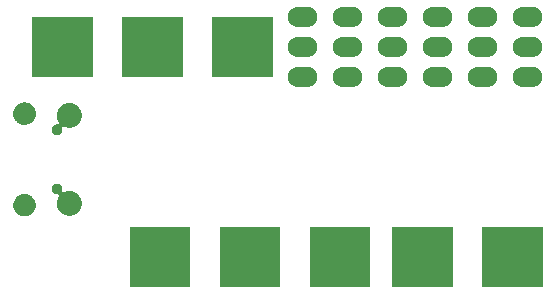
<source format=gbr>
G04 #@! TF.GenerationSoftware,KiCad,Pcbnew,5.99.0-unknown-9a82bc3~100~ubuntu18.04.1*
G04 #@! TF.CreationDate,2019-11-27T20:15:30+01:00*
G04 #@! TF.ProjectId,codebagPCB,636f6465-6261-4675-9043-422e6b696361,rev?*
G04 #@! TF.SameCoordinates,Original*
G04 #@! TF.FileFunction,Soldermask,Bot*
G04 #@! TF.FilePolarity,Negative*
%FSLAX46Y46*%
G04 Gerber Fmt 4.6, Leading zero omitted, Abs format (unit mm)*
G04 Created by KiCad (PCBNEW 5.99.0-unknown-9a82bc3~100~ubuntu18.04.1) date 2019-11-27 20:15:30*
%MOMM*%
%LPD*%
G04 APERTURE LIST*
G04 APERTURE END LIST*
G36*
X71734899Y-41901959D02*
G01*
X71751769Y-41913231D01*
X71763041Y-41930101D01*
X71769448Y-41962312D01*
X71769448Y-46937688D01*
X71766999Y-46950000D01*
X71763041Y-46969899D01*
X71751769Y-46986769D01*
X71734899Y-46998041D01*
X71715000Y-47001999D01*
X71702688Y-47004448D01*
X66727312Y-47004448D01*
X66695101Y-46998041D01*
X66678231Y-46986769D01*
X66666959Y-46969899D01*
X66660552Y-46937688D01*
X66660552Y-41962312D01*
X66666959Y-41930101D01*
X66678231Y-41913231D01*
X66695101Y-41901959D01*
X66727312Y-41895552D01*
X71702688Y-41895552D01*
X71734899Y-41901959D01*
G37*
G36*
X64114899Y-41901959D02*
G01*
X64131769Y-41913231D01*
X64143041Y-41930101D01*
X64149448Y-41962312D01*
X64149448Y-46937688D01*
X64146999Y-46950000D01*
X64143041Y-46969899D01*
X64131769Y-46986769D01*
X64114899Y-46998041D01*
X64095000Y-47001999D01*
X64082688Y-47004448D01*
X59107312Y-47004448D01*
X59075101Y-46998041D01*
X59058231Y-46986769D01*
X59046959Y-46969899D01*
X59040552Y-46937688D01*
X59040552Y-41962312D01*
X59046959Y-41930101D01*
X59058231Y-41913231D01*
X59075101Y-41901959D01*
X59107312Y-41895552D01*
X64082688Y-41895552D01*
X64114899Y-41901959D01*
G37*
G36*
X56494899Y-41901959D02*
G01*
X56511769Y-41913231D01*
X56523041Y-41930101D01*
X56529448Y-41962312D01*
X56529448Y-46937688D01*
X56526999Y-46950000D01*
X56523041Y-46969899D01*
X56511769Y-46986769D01*
X56494899Y-46998041D01*
X56475000Y-47001999D01*
X56462688Y-47004448D01*
X51487312Y-47004448D01*
X51455101Y-46998041D01*
X51438231Y-46986769D01*
X51426959Y-46969899D01*
X51420552Y-46937688D01*
X51420552Y-41962312D01*
X51426959Y-41930101D01*
X51438231Y-41913231D01*
X51455101Y-41901959D01*
X51487312Y-41895552D01*
X56462688Y-41895552D01*
X56494899Y-41901959D01*
G37*
G36*
X86339899Y-41901959D02*
G01*
X86356769Y-41913231D01*
X86368041Y-41930101D01*
X86374448Y-41962312D01*
X86374448Y-46937688D01*
X86371999Y-46950000D01*
X86368041Y-46969899D01*
X86356769Y-46986769D01*
X86339899Y-46998041D01*
X86320000Y-47001999D01*
X86307688Y-47004448D01*
X81332312Y-47004448D01*
X81300101Y-46998041D01*
X81283231Y-46986769D01*
X81271959Y-46969899D01*
X81265552Y-46937688D01*
X81265552Y-41962312D01*
X81271959Y-41930101D01*
X81283231Y-41913231D01*
X81300101Y-41901959D01*
X81332312Y-41895552D01*
X86307688Y-41895552D01*
X86339899Y-41901959D01*
G37*
G36*
X78719899Y-41901959D02*
G01*
X78736769Y-41913231D01*
X78748041Y-41930101D01*
X78754448Y-41962312D01*
X78754448Y-46937688D01*
X78751999Y-46950000D01*
X78748041Y-46969899D01*
X78736769Y-46986769D01*
X78719899Y-46998041D01*
X78700000Y-47001999D01*
X78687688Y-47004448D01*
X73712312Y-47004448D01*
X73680101Y-46998041D01*
X73663231Y-46986769D01*
X73651959Y-46969899D01*
X73645552Y-46937688D01*
X73645552Y-41962312D01*
X73651959Y-41930101D01*
X73663231Y-41913231D01*
X73680101Y-41901959D01*
X73712312Y-41895552D01*
X78687688Y-41895552D01*
X78719899Y-41901959D01*
G37*
G36*
X42596675Y-39122627D02*
G01*
X42637905Y-39124680D01*
X42686080Y-39136468D01*
X42740954Y-39144963D01*
X42779728Y-39159383D01*
X42814176Y-39167812D01*
X42864544Y-39190925D01*
X42922037Y-39212307D01*
X42952173Y-39231138D01*
X42979107Y-39243498D01*
X43028922Y-39279097D01*
X43085880Y-39314688D01*
X43107387Y-39335168D01*
X43126749Y-39349005D01*
X43172931Y-39397585D01*
X43225790Y-39447922D01*
X43239404Y-39467511D01*
X43251782Y-39480531D01*
X43291083Y-39541866D01*
X43336052Y-39606569D01*
X43343145Y-39623119D01*
X43349683Y-39633322D01*
X43378818Y-39706349D01*
X43412162Y-39784146D01*
X43414606Y-39796051D01*
X43416928Y-39801872D01*
X43432813Y-39884748D01*
X43451010Y-39973400D01*
X43450988Y-39979580D01*
X43451056Y-39979932D01*
X43450404Y-40166704D01*
X43450335Y-40167053D01*
X43450313Y-40173237D01*
X43431491Y-40261785D01*
X43415034Y-40344522D01*
X43412671Y-40350327D01*
X43410144Y-40362215D01*
X43376246Y-40439806D01*
X43346613Y-40512599D01*
X43340009Y-40522748D01*
X43332797Y-40539257D01*
X43287357Y-40603672D01*
X43247645Y-40664707D01*
X43235180Y-40677637D01*
X43221430Y-40697129D01*
X43168221Y-40747096D01*
X43121704Y-40795349D01*
X43102248Y-40809048D01*
X43080593Y-40829384D01*
X43023380Y-40864582D01*
X42973323Y-40899828D01*
X42946302Y-40912000D01*
X42916039Y-40930618D01*
X42858399Y-40951597D01*
X42807868Y-40974360D01*
X42773362Y-40982549D01*
X42734490Y-40996697D01*
X42679568Y-41004807D01*
X42631307Y-41016260D01*
X42590057Y-41018025D01*
X42543363Y-41024920D01*
X42493741Y-41022146D01*
X42450000Y-41024017D01*
X42403403Y-41017095D01*
X42350464Y-41014135D01*
X42308057Y-41002931D01*
X42270504Y-40997352D01*
X42220566Y-40979815D01*
X42163673Y-40964783D01*
X42129600Y-40947869D01*
X42099288Y-40937224D01*
X42048557Y-40907639D01*
X41990621Y-40878879D01*
X41965245Y-40859053D01*
X41942528Y-40845805D01*
X41893930Y-40803335D01*
X41838378Y-40759933D01*
X41821292Y-40739857D01*
X41805884Y-40726392D01*
X41762628Y-40670928D01*
X41713161Y-40612804D01*
X41703277Y-40594825D01*
X41694285Y-40583295D01*
X41659661Y-40515488D01*
X41620086Y-40443501D01*
X41615749Y-40429492D01*
X41611760Y-40421679D01*
X41588983Y-40343022D01*
X41562955Y-40258941D01*
X41562095Y-40250173D01*
X41561285Y-40247375D01*
X41553295Y-40160423D01*
X41544102Y-40066663D01*
X41553949Y-39972976D01*
X41562546Y-39886079D01*
X41563376Y-39883287D01*
X41564297Y-39874521D01*
X41590920Y-39790594D01*
X41614237Y-39712129D01*
X41618280Y-39704346D01*
X41622715Y-39690365D01*
X41662811Y-39618621D01*
X41697891Y-39551090D01*
X41706956Y-39539632D01*
X41716969Y-39521716D01*
X41766849Y-39463930D01*
X41810484Y-39408776D01*
X41825984Y-39395420D01*
X41843210Y-39375464D01*
X41899069Y-39332447D01*
X41947959Y-39290321D01*
X41970768Y-39277232D01*
X41996281Y-39257584D01*
X42054401Y-39229237D01*
X42105350Y-39199999D01*
X42135746Y-39189562D01*
X42169928Y-39172891D01*
X42226921Y-39158258D01*
X42276983Y-39141069D01*
X42314572Y-39135753D01*
X42357059Y-39124844D01*
X42410020Y-39122254D01*
X42456663Y-39115657D01*
X42500388Y-39117834D01*
X42550028Y-39115406D01*
X42596675Y-39122627D01*
G37*
G36*
X45268236Y-38244000D02*
G01*
X45309373Y-38244000D01*
X45326751Y-38248656D01*
X45353374Y-38250775D01*
X45392256Y-38266209D01*
X45424080Y-38274736D01*
X45446834Y-38287873D01*
X45479424Y-38300809D01*
X45505527Y-38321759D01*
X45526920Y-38334110D01*
X45551328Y-38358518D01*
X45585190Y-38385695D01*
X45599287Y-38406477D01*
X45610890Y-38418080D01*
X45632231Y-38455044D01*
X45661320Y-38497928D01*
X45666227Y-38513927D01*
X45670264Y-38520920D01*
X45683357Y-38569784D01*
X45701084Y-38627585D01*
X45701000Y-38637212D01*
X45701000Y-38754377D01*
X45699943Y-38758320D01*
X45699839Y-38770277D01*
X45683073Y-38821725D01*
X45684738Y-38891728D01*
X45724215Y-38950057D01*
X45788961Y-38977784D01*
X45851886Y-38967462D01*
X45876316Y-38957591D01*
X45935532Y-38929410D01*
X45966596Y-38921116D01*
X46001823Y-38906883D01*
X46065128Y-38894807D01*
X46122159Y-38879579D01*
X46160663Y-38876582D01*
X46204284Y-38868261D01*
X46262370Y-38868667D01*
X46314735Y-38864591D01*
X46359591Y-38869345D01*
X46410391Y-38869700D01*
X46461051Y-38880099D01*
X46506828Y-38884951D01*
X46556287Y-38899648D01*
X46612293Y-38911145D01*
X46654069Y-38928706D01*
X46691981Y-38939972D01*
X46743722Y-38966392D01*
X46802300Y-38991016D01*
X46834564Y-39012779D01*
X46864015Y-39027817D01*
X46915254Y-39067205D01*
X46973174Y-39106273D01*
X46996070Y-39129330D01*
X47017158Y-39145540D01*
X47064764Y-39198504D01*
X47118407Y-39252523D01*
X47132831Y-39274233D01*
X47146284Y-39289200D01*
X47186922Y-39355646D01*
X47232468Y-39424198D01*
X47239950Y-39442350D01*
X47247065Y-39453984D01*
X47277378Y-39533158D01*
X47311011Y-39614758D01*
X47313572Y-39627693D01*
X47316132Y-39634379D01*
X47332931Y-39725461D01*
X47351045Y-39816944D01*
X47347757Y-40052363D01*
X47344234Y-40067869D01*
X47344069Y-40073973D01*
X47322745Y-40162453D01*
X47302094Y-40253352D01*
X47299358Y-40259497D01*
X47299199Y-40260157D01*
X47241914Y-40388518D01*
X47218261Y-40441645D01*
X47164257Y-40518200D01*
X47110932Y-40595643D01*
X47106520Y-40600048D01*
X47099451Y-40610068D01*
X47034969Y-40671474D01*
X46974227Y-40732109D01*
X46963742Y-40739302D01*
X46950191Y-40752206D01*
X46879960Y-40796776D01*
X46814942Y-40841378D01*
X46797400Y-40849170D01*
X46776165Y-40862646D01*
X46704347Y-40890503D01*
X46638410Y-40919791D01*
X46613446Y-40925761D01*
X46584002Y-40937182D01*
X46514304Y-40949471D01*
X46450543Y-40964720D01*
X46418438Y-40966375D01*
X46381022Y-40972972D01*
X46316608Y-40971623D01*
X46257641Y-40974662D01*
X46219342Y-40969586D01*
X46174955Y-40968656D01*
X46118223Y-40956183D01*
X46066152Y-40949281D01*
X46023267Y-40935306D01*
X45973652Y-40924397D01*
X45926265Y-40903694D01*
X45882498Y-40889431D01*
X45837176Y-40864772D01*
X45784779Y-40841880D01*
X45747565Y-40816016D01*
X45712825Y-40797114D01*
X45667703Y-40760510D01*
X45615530Y-40724249D01*
X45588502Y-40696260D01*
X45562814Y-40675422D01*
X45520877Y-40626233D01*
X45472353Y-40575985D01*
X45454751Y-40548672D01*
X45437495Y-40528432D01*
X45401942Y-40466728D01*
X45360701Y-40402734D01*
X45351105Y-40378498D01*
X45341060Y-40361064D01*
X45315127Y-40287628D01*
X45284826Y-40211096D01*
X45281282Y-40191785D01*
X45276739Y-40178921D01*
X45263546Y-40095152D01*
X45247619Y-40008371D01*
X45247803Y-39995188D01*
X45246689Y-39988114D01*
X45249196Y-39895460D01*
X45250497Y-39802279D01*
X45251895Y-39795703D01*
X45251913Y-39795026D01*
X45281406Y-39656863D01*
X45293350Y-39600672D01*
X45330227Y-39514632D01*
X45366313Y-39427727D01*
X45369715Y-39422498D01*
X45374546Y-39411227D01*
X45423969Y-39339047D01*
X45444155Y-39271703D01*
X45424693Y-39204013D01*
X45371724Y-39157590D01*
X45319158Y-39146000D01*
X45264379Y-39146000D01*
X45210249Y-39149358D01*
X45196315Y-39146000D01*
X45190627Y-39146000D01*
X45139766Y-39132372D01*
X45078406Y-39117584D01*
X45020311Y-39083158D01*
X44973080Y-39055890D01*
X44971315Y-39054125D01*
X44961735Y-39048448D01*
X44923064Y-39005874D01*
X44889110Y-38971920D01*
X44883680Y-38962515D01*
X44870551Y-38948061D01*
X44849723Y-38903698D01*
X44829736Y-38869080D01*
X44824773Y-38850557D01*
X44812915Y-38825301D01*
X44807225Y-38785067D01*
X44799000Y-38754373D01*
X44799000Y-38726916D01*
X44793923Y-38691020D01*
X44799000Y-38659145D01*
X44799000Y-38635627D01*
X44808236Y-38601158D01*
X44815255Y-38557091D01*
X44825797Y-38535619D01*
X44829736Y-38520920D01*
X44851651Y-38482961D01*
X44875025Y-38435355D01*
X44885669Y-38424040D01*
X44889110Y-38418080D01*
X44925635Y-38381555D01*
X44967948Y-38336575D01*
X45029354Y-38301621D01*
X45075920Y-38274736D01*
X45077173Y-38274400D01*
X45085808Y-38269485D01*
X45143180Y-38256713D01*
X45190627Y-38244000D01*
X45200292Y-38244000D01*
X45218184Y-38240017D01*
X45268236Y-38244000D01*
G37*
G36*
X46359591Y-31419345D02*
G01*
X46410391Y-31419700D01*
X46461051Y-31430099D01*
X46506828Y-31434951D01*
X46556287Y-31449648D01*
X46612293Y-31461145D01*
X46654069Y-31478706D01*
X46691981Y-31489972D01*
X46743722Y-31516392D01*
X46802300Y-31541016D01*
X46834564Y-31562779D01*
X46864015Y-31577817D01*
X46915254Y-31617205D01*
X46973174Y-31656273D01*
X46996070Y-31679330D01*
X47017158Y-31695540D01*
X47064764Y-31748504D01*
X47118407Y-31802523D01*
X47132831Y-31824233D01*
X47146284Y-31839200D01*
X47186922Y-31905646D01*
X47232468Y-31974198D01*
X47239950Y-31992350D01*
X47247065Y-32003984D01*
X47277378Y-32083158D01*
X47311011Y-32164758D01*
X47313572Y-32177693D01*
X47316132Y-32184379D01*
X47332931Y-32275461D01*
X47351045Y-32366944D01*
X47347757Y-32602363D01*
X47344234Y-32617869D01*
X47344069Y-32623973D01*
X47322745Y-32712453D01*
X47302094Y-32803352D01*
X47299358Y-32809497D01*
X47299199Y-32810157D01*
X47241914Y-32938518D01*
X47218261Y-32991645D01*
X47164257Y-33068200D01*
X47110932Y-33145643D01*
X47106520Y-33150048D01*
X47099451Y-33160068D01*
X47034969Y-33221474D01*
X46974227Y-33282109D01*
X46963742Y-33289302D01*
X46950191Y-33302206D01*
X46879960Y-33346776D01*
X46814942Y-33391378D01*
X46797400Y-33399170D01*
X46776165Y-33412646D01*
X46704347Y-33440503D01*
X46638410Y-33469791D01*
X46613446Y-33475761D01*
X46584002Y-33487182D01*
X46514304Y-33499471D01*
X46450543Y-33514720D01*
X46418438Y-33516375D01*
X46381022Y-33522972D01*
X46316608Y-33521623D01*
X46257641Y-33524662D01*
X46219342Y-33519586D01*
X46174955Y-33518656D01*
X46118223Y-33506183D01*
X46066152Y-33499281D01*
X46023267Y-33485306D01*
X45973652Y-33474397D01*
X45926265Y-33453694D01*
X45882501Y-33439432D01*
X45864355Y-33429559D01*
X45795510Y-33414691D01*
X45729555Y-33439403D01*
X45687431Y-33495851D01*
X45683884Y-33571501D01*
X45701084Y-33627585D01*
X45701000Y-33637212D01*
X45701000Y-33754373D01*
X45699943Y-33758316D01*
X45699839Y-33770277D01*
X45682399Y-33823793D01*
X45670264Y-33869080D01*
X45664240Y-33879514D01*
X45657818Y-33899220D01*
X45630296Y-33938308D01*
X45610890Y-33971920D01*
X45596489Y-33986321D01*
X45579741Y-34010107D01*
X45548559Y-34034251D01*
X45526920Y-34055890D01*
X45502121Y-34070208D01*
X45472510Y-34093135D01*
X45443421Y-34104098D01*
X45424080Y-34115264D01*
X45388481Y-34124803D01*
X45345606Y-34140961D01*
X45322928Y-34142368D01*
X45309373Y-34146000D01*
X45264379Y-34146000D01*
X45210249Y-34149358D01*
X45196315Y-34146000D01*
X45190627Y-34146000D01*
X45139766Y-34132372D01*
X45078406Y-34117584D01*
X45020311Y-34083158D01*
X44973080Y-34055890D01*
X44971315Y-34054125D01*
X44961735Y-34048448D01*
X44923064Y-34005874D01*
X44889110Y-33971920D01*
X44883680Y-33962515D01*
X44870551Y-33948061D01*
X44849723Y-33903698D01*
X44829736Y-33869080D01*
X44824773Y-33850557D01*
X44812915Y-33825301D01*
X44807225Y-33785067D01*
X44799000Y-33754373D01*
X44799000Y-33726916D01*
X44793923Y-33691020D01*
X44799000Y-33659145D01*
X44799000Y-33635627D01*
X44808236Y-33601158D01*
X44815255Y-33557091D01*
X44825797Y-33535619D01*
X44829736Y-33520920D01*
X44851651Y-33482961D01*
X44875025Y-33435355D01*
X44885669Y-33424040D01*
X44889110Y-33418080D01*
X44925635Y-33381555D01*
X44967948Y-33336575D01*
X45029354Y-33301621D01*
X45075920Y-33274736D01*
X45077173Y-33274400D01*
X45085808Y-33269485D01*
X45143180Y-33256713D01*
X45190627Y-33244000D01*
X45200292Y-33244000D01*
X45218184Y-33240017D01*
X45268236Y-33244000D01*
X45316607Y-33244000D01*
X45384187Y-33224157D01*
X45430310Y-33170927D01*
X45440334Y-33101212D01*
X45424914Y-33056596D01*
X45401946Y-33016734D01*
X45360701Y-32952734D01*
X45351105Y-32928498D01*
X45341060Y-32911064D01*
X45315127Y-32837628D01*
X45284826Y-32761096D01*
X45281282Y-32741785D01*
X45276739Y-32728921D01*
X45263546Y-32645152D01*
X45247619Y-32558371D01*
X45247803Y-32545188D01*
X45246689Y-32538114D01*
X45249196Y-32445460D01*
X45250497Y-32352279D01*
X45251895Y-32345703D01*
X45251913Y-32345026D01*
X45281406Y-32206863D01*
X45293350Y-32150672D01*
X45330226Y-32064635D01*
X45366315Y-31977722D01*
X45369718Y-31972492D01*
X45374546Y-31961227D01*
X45424828Y-31887791D01*
X45471658Y-31815818D01*
X45480423Y-31806598D01*
X45490992Y-31791162D01*
X45550409Y-31732977D01*
X45604745Y-31675818D01*
X45620286Y-31664547D01*
X45638253Y-31646953D01*
X45702701Y-31604780D01*
X45761118Y-31562415D01*
X45784301Y-31551382D01*
X45810720Y-31534094D01*
X45876316Y-31507591D01*
X45935532Y-31479410D01*
X45966596Y-31471116D01*
X46001823Y-31456883D01*
X46065128Y-31444807D01*
X46122159Y-31429579D01*
X46160663Y-31426582D01*
X46204284Y-31418261D01*
X46262370Y-31418667D01*
X46314735Y-31414591D01*
X46359591Y-31419345D01*
G37*
G36*
X42596675Y-31372627D02*
G01*
X42637905Y-31374680D01*
X42686080Y-31386468D01*
X42740954Y-31394963D01*
X42779728Y-31409383D01*
X42814176Y-31417812D01*
X42864544Y-31440925D01*
X42922037Y-31462307D01*
X42952173Y-31481138D01*
X42979107Y-31493498D01*
X43028922Y-31529097D01*
X43085880Y-31564688D01*
X43107387Y-31585168D01*
X43126749Y-31599005D01*
X43172931Y-31647585D01*
X43225790Y-31697922D01*
X43239404Y-31717511D01*
X43251782Y-31730531D01*
X43291083Y-31791866D01*
X43336052Y-31856569D01*
X43343145Y-31873119D01*
X43349683Y-31883322D01*
X43378818Y-31956349D01*
X43412162Y-32034146D01*
X43414606Y-32046051D01*
X43416928Y-32051872D01*
X43432813Y-32134748D01*
X43451010Y-32223400D01*
X43450988Y-32229580D01*
X43451056Y-32229932D01*
X43450404Y-32416704D01*
X43450335Y-32417053D01*
X43450313Y-32423237D01*
X43431491Y-32511785D01*
X43415034Y-32594522D01*
X43412671Y-32600327D01*
X43410144Y-32612215D01*
X43376246Y-32689806D01*
X43346613Y-32762599D01*
X43340009Y-32772748D01*
X43332797Y-32789257D01*
X43287357Y-32853672D01*
X43247645Y-32914707D01*
X43235180Y-32927637D01*
X43221430Y-32947129D01*
X43168221Y-32997096D01*
X43121704Y-33045349D01*
X43102248Y-33059048D01*
X43080593Y-33079384D01*
X43023380Y-33114582D01*
X42973323Y-33149828D01*
X42946302Y-33162000D01*
X42916039Y-33180618D01*
X42858399Y-33201597D01*
X42807868Y-33224360D01*
X42773362Y-33232549D01*
X42734490Y-33246697D01*
X42679568Y-33254807D01*
X42631307Y-33266260D01*
X42590057Y-33268025D01*
X42543363Y-33274920D01*
X42493741Y-33272146D01*
X42450000Y-33274017D01*
X42403403Y-33267095D01*
X42350464Y-33264135D01*
X42308057Y-33252931D01*
X42270504Y-33247352D01*
X42220566Y-33229815D01*
X42163673Y-33214783D01*
X42129600Y-33197869D01*
X42099288Y-33187224D01*
X42048557Y-33157639D01*
X41990621Y-33128879D01*
X41965245Y-33109053D01*
X41942528Y-33095805D01*
X41893930Y-33053335D01*
X41838378Y-33009933D01*
X41821292Y-32989857D01*
X41805884Y-32976392D01*
X41762628Y-32920928D01*
X41713161Y-32862804D01*
X41703277Y-32844825D01*
X41694285Y-32833295D01*
X41659661Y-32765488D01*
X41620086Y-32693501D01*
X41615749Y-32679492D01*
X41611760Y-32671679D01*
X41588983Y-32593022D01*
X41562955Y-32508941D01*
X41562095Y-32500173D01*
X41561285Y-32497375D01*
X41553295Y-32410423D01*
X41544102Y-32316663D01*
X41553949Y-32222976D01*
X41562546Y-32136079D01*
X41563376Y-32133287D01*
X41564297Y-32124521D01*
X41590920Y-32040594D01*
X41614237Y-31962129D01*
X41618280Y-31954346D01*
X41622715Y-31940365D01*
X41662811Y-31868621D01*
X41697891Y-31801090D01*
X41706956Y-31789632D01*
X41716969Y-31771716D01*
X41766849Y-31713930D01*
X41810484Y-31658776D01*
X41825984Y-31645420D01*
X41843210Y-31625464D01*
X41899069Y-31582447D01*
X41947959Y-31540321D01*
X41970768Y-31527232D01*
X41996281Y-31507584D01*
X42054401Y-31479237D01*
X42105350Y-31449999D01*
X42135746Y-31439562D01*
X42169928Y-31422891D01*
X42226921Y-31408258D01*
X42276983Y-31391069D01*
X42314572Y-31385753D01*
X42357059Y-31374844D01*
X42410020Y-31372254D01*
X42456663Y-31365657D01*
X42500388Y-31367834D01*
X42550028Y-31365406D01*
X42596675Y-31372627D01*
G37*
G36*
X85627270Y-28376707D02*
G01*
X85751689Y-28395968D01*
X85756690Y-28398132D01*
X85765865Y-28399651D01*
X85838903Y-28433709D01*
X85907312Y-28463313D01*
X85917129Y-28470187D01*
X85933440Y-28477793D01*
X85992726Y-28523121D01*
X86048929Y-28562474D01*
X86061276Y-28575530D01*
X86080327Y-28590096D01*
X86124657Y-28642554D01*
X86167715Y-28688086D01*
X86180335Y-28708439D01*
X86199671Y-28731321D01*
X86228930Y-28786816D01*
X86258819Y-28835022D01*
X86269150Y-28863099D01*
X86285905Y-28894879D01*
X86300983Y-28949619D01*
X86318516Y-28997272D01*
X86323882Y-29032753D01*
X86335006Y-29073139D01*
X86337666Y-29123903D01*
X86344368Y-29168216D01*
X86342178Y-29209995D01*
X86344683Y-29257784D01*
X86337354Y-29302056D01*
X86335320Y-29340863D01*
X86323272Y-29387117D01*
X86314484Y-29440200D01*
X86300035Y-29476325D01*
X86291741Y-29508167D01*
X86268009Y-29556396D01*
X86245819Y-29611876D01*
X86227303Y-29639121D01*
X86215413Y-29663285D01*
X86178825Y-29710454D01*
X86141890Y-29764802D01*
X86122296Y-29783332D01*
X86109447Y-29799896D01*
X86059605Y-29842616D01*
X86007548Y-29891844D01*
X85989557Y-29902654D01*
X85978185Y-29912401D01*
X85915589Y-29947098D01*
X85849059Y-29987074D01*
X85834838Y-29991860D01*
X85826972Y-29996220D01*
X85752991Y-30019404D01*
X85673817Y-30046049D01*
X85664863Y-30047022D01*
X85662000Y-30047919D01*
X85578954Y-30056354D01*
X85536191Y-30061000D01*
X84659689Y-30061000D01*
X84552730Y-30043293D01*
X84428311Y-30024032D01*
X84423310Y-30021868D01*
X84414135Y-30020349D01*
X84341097Y-29986291D01*
X84272688Y-29956687D01*
X84262871Y-29949813D01*
X84246560Y-29942207D01*
X84187274Y-29896879D01*
X84131071Y-29857526D01*
X84118724Y-29844470D01*
X84099673Y-29829904D01*
X84055343Y-29777446D01*
X84012285Y-29731914D01*
X83999665Y-29711561D01*
X83980329Y-29688679D01*
X83951070Y-29633184D01*
X83921181Y-29584978D01*
X83910850Y-29556901D01*
X83894095Y-29525121D01*
X83879017Y-29470381D01*
X83861484Y-29422728D01*
X83856118Y-29387247D01*
X83844994Y-29346861D01*
X83842334Y-29296097D01*
X83835632Y-29251784D01*
X83837822Y-29210005D01*
X83835317Y-29162216D01*
X83842646Y-29117944D01*
X83844680Y-29079137D01*
X83856728Y-29032883D01*
X83865516Y-28979800D01*
X83879965Y-28943675D01*
X83888259Y-28911833D01*
X83911991Y-28863604D01*
X83934181Y-28808124D01*
X83952697Y-28780879D01*
X83964587Y-28756715D01*
X84001175Y-28709546D01*
X84038110Y-28655198D01*
X84057704Y-28636668D01*
X84070553Y-28620104D01*
X84120395Y-28577384D01*
X84172452Y-28528156D01*
X84190443Y-28517346D01*
X84201815Y-28507599D01*
X84264411Y-28472902D01*
X84330941Y-28432926D01*
X84345162Y-28428140D01*
X84353028Y-28423780D01*
X84427009Y-28400596D01*
X84506183Y-28373951D01*
X84515137Y-28372978D01*
X84518000Y-28372081D01*
X84601046Y-28363646D01*
X84643809Y-28359000D01*
X85520311Y-28359000D01*
X85627270Y-28376707D01*
G37*
G36*
X78007270Y-28376707D02*
G01*
X78131689Y-28395968D01*
X78136690Y-28398132D01*
X78145865Y-28399651D01*
X78218903Y-28433709D01*
X78287312Y-28463313D01*
X78297129Y-28470187D01*
X78313440Y-28477793D01*
X78372726Y-28523121D01*
X78428929Y-28562474D01*
X78441276Y-28575530D01*
X78460327Y-28590096D01*
X78504657Y-28642554D01*
X78547715Y-28688086D01*
X78560335Y-28708439D01*
X78579671Y-28731321D01*
X78608930Y-28786816D01*
X78638819Y-28835022D01*
X78649150Y-28863099D01*
X78665905Y-28894879D01*
X78680983Y-28949619D01*
X78698516Y-28997272D01*
X78703882Y-29032753D01*
X78715006Y-29073139D01*
X78717666Y-29123903D01*
X78724368Y-29168216D01*
X78722178Y-29209995D01*
X78724683Y-29257784D01*
X78717354Y-29302056D01*
X78715320Y-29340863D01*
X78703272Y-29387117D01*
X78694484Y-29440200D01*
X78680035Y-29476325D01*
X78671741Y-29508167D01*
X78648009Y-29556396D01*
X78625819Y-29611876D01*
X78607303Y-29639121D01*
X78595413Y-29663285D01*
X78558825Y-29710454D01*
X78521890Y-29764802D01*
X78502296Y-29783332D01*
X78489447Y-29799896D01*
X78439605Y-29842616D01*
X78387548Y-29891844D01*
X78369557Y-29902654D01*
X78358185Y-29912401D01*
X78295589Y-29947098D01*
X78229059Y-29987074D01*
X78214838Y-29991860D01*
X78206972Y-29996220D01*
X78132991Y-30019404D01*
X78053817Y-30046049D01*
X78044863Y-30047022D01*
X78042000Y-30047919D01*
X77958954Y-30056354D01*
X77916191Y-30061000D01*
X77039689Y-30061000D01*
X76932730Y-30043293D01*
X76808311Y-30024032D01*
X76803310Y-30021868D01*
X76794135Y-30020349D01*
X76721097Y-29986291D01*
X76652688Y-29956687D01*
X76642871Y-29949813D01*
X76626560Y-29942207D01*
X76567274Y-29896879D01*
X76511071Y-29857526D01*
X76498724Y-29844470D01*
X76479673Y-29829904D01*
X76435343Y-29777446D01*
X76392285Y-29731914D01*
X76379665Y-29711561D01*
X76360329Y-29688679D01*
X76331070Y-29633184D01*
X76301181Y-29584978D01*
X76290850Y-29556901D01*
X76274095Y-29525121D01*
X76259017Y-29470381D01*
X76241484Y-29422728D01*
X76236118Y-29387247D01*
X76224994Y-29346861D01*
X76222334Y-29296097D01*
X76215632Y-29251784D01*
X76217822Y-29210005D01*
X76215317Y-29162216D01*
X76222646Y-29117944D01*
X76224680Y-29079137D01*
X76236728Y-29032883D01*
X76245516Y-28979800D01*
X76259965Y-28943675D01*
X76268259Y-28911833D01*
X76291991Y-28863604D01*
X76314181Y-28808124D01*
X76332697Y-28780879D01*
X76344587Y-28756715D01*
X76381175Y-28709546D01*
X76418110Y-28655198D01*
X76437704Y-28636668D01*
X76450553Y-28620104D01*
X76500395Y-28577384D01*
X76552452Y-28528156D01*
X76570443Y-28517346D01*
X76581815Y-28507599D01*
X76644411Y-28472902D01*
X76710941Y-28432926D01*
X76725162Y-28428140D01*
X76733028Y-28423780D01*
X76807009Y-28400596D01*
X76886183Y-28373951D01*
X76895137Y-28372978D01*
X76898000Y-28372081D01*
X76981046Y-28363646D01*
X77023809Y-28359000D01*
X77900311Y-28359000D01*
X78007270Y-28376707D01*
G37*
G36*
X66577270Y-28376707D02*
G01*
X66701689Y-28395968D01*
X66706690Y-28398132D01*
X66715865Y-28399651D01*
X66788903Y-28433709D01*
X66857312Y-28463313D01*
X66867129Y-28470187D01*
X66883440Y-28477793D01*
X66942726Y-28523121D01*
X66998929Y-28562474D01*
X67011276Y-28575530D01*
X67030327Y-28590096D01*
X67074657Y-28642554D01*
X67117715Y-28688086D01*
X67130335Y-28708439D01*
X67149671Y-28731321D01*
X67178930Y-28786816D01*
X67208819Y-28835022D01*
X67219150Y-28863099D01*
X67235905Y-28894879D01*
X67250983Y-28949619D01*
X67268516Y-28997272D01*
X67273882Y-29032753D01*
X67285006Y-29073139D01*
X67287666Y-29123903D01*
X67294368Y-29168216D01*
X67292178Y-29209995D01*
X67294683Y-29257784D01*
X67287354Y-29302056D01*
X67285320Y-29340863D01*
X67273272Y-29387117D01*
X67264484Y-29440200D01*
X67250035Y-29476325D01*
X67241741Y-29508167D01*
X67218009Y-29556396D01*
X67195819Y-29611876D01*
X67177303Y-29639121D01*
X67165413Y-29663285D01*
X67128825Y-29710454D01*
X67091890Y-29764802D01*
X67072296Y-29783332D01*
X67059447Y-29799896D01*
X67009605Y-29842616D01*
X66957548Y-29891844D01*
X66939557Y-29902654D01*
X66928185Y-29912401D01*
X66865589Y-29947098D01*
X66799059Y-29987074D01*
X66784838Y-29991860D01*
X66776972Y-29996220D01*
X66702991Y-30019404D01*
X66623817Y-30046049D01*
X66614863Y-30047022D01*
X66612000Y-30047919D01*
X66528954Y-30056354D01*
X66486191Y-30061000D01*
X65609689Y-30061000D01*
X65502730Y-30043293D01*
X65378311Y-30024032D01*
X65373310Y-30021868D01*
X65364135Y-30020349D01*
X65291097Y-29986291D01*
X65222688Y-29956687D01*
X65212871Y-29949813D01*
X65196560Y-29942207D01*
X65137274Y-29896879D01*
X65081071Y-29857526D01*
X65068724Y-29844470D01*
X65049673Y-29829904D01*
X65005343Y-29777446D01*
X64962285Y-29731914D01*
X64949665Y-29711561D01*
X64930329Y-29688679D01*
X64901070Y-29633184D01*
X64871181Y-29584978D01*
X64860850Y-29556901D01*
X64844095Y-29525121D01*
X64829017Y-29470381D01*
X64811484Y-29422728D01*
X64806118Y-29387247D01*
X64794994Y-29346861D01*
X64792334Y-29296097D01*
X64785632Y-29251784D01*
X64787822Y-29210005D01*
X64785317Y-29162216D01*
X64792646Y-29117944D01*
X64794680Y-29079137D01*
X64806728Y-29032883D01*
X64815516Y-28979800D01*
X64829965Y-28943675D01*
X64838259Y-28911833D01*
X64861991Y-28863604D01*
X64884181Y-28808124D01*
X64902697Y-28780879D01*
X64914587Y-28756715D01*
X64951175Y-28709546D01*
X64988110Y-28655198D01*
X65007704Y-28636668D01*
X65020553Y-28620104D01*
X65070395Y-28577384D01*
X65122452Y-28528156D01*
X65140443Y-28517346D01*
X65151815Y-28507599D01*
X65214411Y-28472902D01*
X65280941Y-28432926D01*
X65295162Y-28428140D01*
X65303028Y-28423780D01*
X65377009Y-28400596D01*
X65456183Y-28373951D01*
X65465137Y-28372978D01*
X65468000Y-28372081D01*
X65551046Y-28363646D01*
X65593809Y-28359000D01*
X66470311Y-28359000D01*
X66577270Y-28376707D01*
G37*
G36*
X70387270Y-28376707D02*
G01*
X70511689Y-28395968D01*
X70516690Y-28398132D01*
X70525865Y-28399651D01*
X70598903Y-28433709D01*
X70667312Y-28463313D01*
X70677129Y-28470187D01*
X70693440Y-28477793D01*
X70752726Y-28523121D01*
X70808929Y-28562474D01*
X70821276Y-28575530D01*
X70840327Y-28590096D01*
X70884657Y-28642554D01*
X70927715Y-28688086D01*
X70940335Y-28708439D01*
X70959671Y-28731321D01*
X70988930Y-28786816D01*
X71018819Y-28835022D01*
X71029150Y-28863099D01*
X71045905Y-28894879D01*
X71060983Y-28949619D01*
X71078516Y-28997272D01*
X71083882Y-29032753D01*
X71095006Y-29073139D01*
X71097666Y-29123903D01*
X71104368Y-29168216D01*
X71102178Y-29209995D01*
X71104683Y-29257784D01*
X71097354Y-29302056D01*
X71095320Y-29340863D01*
X71083272Y-29387117D01*
X71074484Y-29440200D01*
X71060035Y-29476325D01*
X71051741Y-29508167D01*
X71028009Y-29556396D01*
X71005819Y-29611876D01*
X70987303Y-29639121D01*
X70975413Y-29663285D01*
X70938825Y-29710454D01*
X70901890Y-29764802D01*
X70882296Y-29783332D01*
X70869447Y-29799896D01*
X70819605Y-29842616D01*
X70767548Y-29891844D01*
X70749557Y-29902654D01*
X70738185Y-29912401D01*
X70675589Y-29947098D01*
X70609059Y-29987074D01*
X70594838Y-29991860D01*
X70586972Y-29996220D01*
X70512991Y-30019404D01*
X70433817Y-30046049D01*
X70424863Y-30047022D01*
X70422000Y-30047919D01*
X70338954Y-30056354D01*
X70296191Y-30061000D01*
X69419689Y-30061000D01*
X69312730Y-30043293D01*
X69188311Y-30024032D01*
X69183310Y-30021868D01*
X69174135Y-30020349D01*
X69101097Y-29986291D01*
X69032688Y-29956687D01*
X69022871Y-29949813D01*
X69006560Y-29942207D01*
X68947274Y-29896879D01*
X68891071Y-29857526D01*
X68878724Y-29844470D01*
X68859673Y-29829904D01*
X68815343Y-29777446D01*
X68772285Y-29731914D01*
X68759665Y-29711561D01*
X68740329Y-29688679D01*
X68711070Y-29633184D01*
X68681181Y-29584978D01*
X68670850Y-29556901D01*
X68654095Y-29525121D01*
X68639017Y-29470381D01*
X68621484Y-29422728D01*
X68616118Y-29387247D01*
X68604994Y-29346861D01*
X68602334Y-29296097D01*
X68595632Y-29251784D01*
X68597822Y-29210005D01*
X68595317Y-29162216D01*
X68602646Y-29117944D01*
X68604680Y-29079137D01*
X68616728Y-29032883D01*
X68625516Y-28979800D01*
X68639965Y-28943675D01*
X68648259Y-28911833D01*
X68671991Y-28863604D01*
X68694181Y-28808124D01*
X68712697Y-28780879D01*
X68724587Y-28756715D01*
X68761175Y-28709546D01*
X68798110Y-28655198D01*
X68817704Y-28636668D01*
X68830553Y-28620104D01*
X68880395Y-28577384D01*
X68932452Y-28528156D01*
X68950443Y-28517346D01*
X68961815Y-28507599D01*
X69024411Y-28472902D01*
X69090941Y-28432926D01*
X69105162Y-28428140D01*
X69113028Y-28423780D01*
X69187009Y-28400596D01*
X69266183Y-28373951D01*
X69275137Y-28372978D01*
X69278000Y-28372081D01*
X69361046Y-28363646D01*
X69403809Y-28359000D01*
X70280311Y-28359000D01*
X70387270Y-28376707D01*
G37*
G36*
X81817270Y-28376707D02*
G01*
X81941689Y-28395968D01*
X81946690Y-28398132D01*
X81955865Y-28399651D01*
X82028903Y-28433709D01*
X82097312Y-28463313D01*
X82107129Y-28470187D01*
X82123440Y-28477793D01*
X82182726Y-28523121D01*
X82238929Y-28562474D01*
X82251276Y-28575530D01*
X82270327Y-28590096D01*
X82314657Y-28642554D01*
X82357715Y-28688086D01*
X82370335Y-28708439D01*
X82389671Y-28731321D01*
X82418930Y-28786816D01*
X82448819Y-28835022D01*
X82459150Y-28863099D01*
X82475905Y-28894879D01*
X82490983Y-28949619D01*
X82508516Y-28997272D01*
X82513882Y-29032753D01*
X82525006Y-29073139D01*
X82527666Y-29123903D01*
X82534368Y-29168216D01*
X82532178Y-29209995D01*
X82534683Y-29257784D01*
X82527354Y-29302056D01*
X82525320Y-29340863D01*
X82513272Y-29387117D01*
X82504484Y-29440200D01*
X82490035Y-29476325D01*
X82481741Y-29508167D01*
X82458009Y-29556396D01*
X82435819Y-29611876D01*
X82417303Y-29639121D01*
X82405413Y-29663285D01*
X82368825Y-29710454D01*
X82331890Y-29764802D01*
X82312296Y-29783332D01*
X82299447Y-29799896D01*
X82249605Y-29842616D01*
X82197548Y-29891844D01*
X82179557Y-29902654D01*
X82168185Y-29912401D01*
X82105589Y-29947098D01*
X82039059Y-29987074D01*
X82024838Y-29991860D01*
X82016972Y-29996220D01*
X81942991Y-30019404D01*
X81863817Y-30046049D01*
X81854863Y-30047022D01*
X81852000Y-30047919D01*
X81768954Y-30056354D01*
X81726191Y-30061000D01*
X80849689Y-30061000D01*
X80742730Y-30043293D01*
X80618311Y-30024032D01*
X80613310Y-30021868D01*
X80604135Y-30020349D01*
X80531097Y-29986291D01*
X80462688Y-29956687D01*
X80452871Y-29949813D01*
X80436560Y-29942207D01*
X80377274Y-29896879D01*
X80321071Y-29857526D01*
X80308724Y-29844470D01*
X80289673Y-29829904D01*
X80245343Y-29777446D01*
X80202285Y-29731914D01*
X80189665Y-29711561D01*
X80170329Y-29688679D01*
X80141070Y-29633184D01*
X80111181Y-29584978D01*
X80100850Y-29556901D01*
X80084095Y-29525121D01*
X80069017Y-29470381D01*
X80051484Y-29422728D01*
X80046118Y-29387247D01*
X80034994Y-29346861D01*
X80032334Y-29296097D01*
X80025632Y-29251784D01*
X80027822Y-29210005D01*
X80025317Y-29162216D01*
X80032646Y-29117944D01*
X80034680Y-29079137D01*
X80046728Y-29032883D01*
X80055516Y-28979800D01*
X80069965Y-28943675D01*
X80078259Y-28911833D01*
X80101991Y-28863604D01*
X80124181Y-28808124D01*
X80142697Y-28780879D01*
X80154587Y-28756715D01*
X80191175Y-28709546D01*
X80228110Y-28655198D01*
X80247704Y-28636668D01*
X80260553Y-28620104D01*
X80310395Y-28577384D01*
X80362452Y-28528156D01*
X80380443Y-28517346D01*
X80391815Y-28507599D01*
X80454411Y-28472902D01*
X80520941Y-28432926D01*
X80535162Y-28428140D01*
X80543028Y-28423780D01*
X80617009Y-28400596D01*
X80696183Y-28373951D01*
X80705137Y-28372978D01*
X80708000Y-28372081D01*
X80791046Y-28363646D01*
X80833809Y-28359000D01*
X81710311Y-28359000D01*
X81817270Y-28376707D01*
G37*
G36*
X74197270Y-28376707D02*
G01*
X74321689Y-28395968D01*
X74326690Y-28398132D01*
X74335865Y-28399651D01*
X74408903Y-28433709D01*
X74477312Y-28463313D01*
X74487129Y-28470187D01*
X74503440Y-28477793D01*
X74562726Y-28523121D01*
X74618929Y-28562474D01*
X74631276Y-28575530D01*
X74650327Y-28590096D01*
X74694657Y-28642554D01*
X74737715Y-28688086D01*
X74750335Y-28708439D01*
X74769671Y-28731321D01*
X74798930Y-28786816D01*
X74828819Y-28835022D01*
X74839150Y-28863099D01*
X74855905Y-28894879D01*
X74870983Y-28949619D01*
X74888516Y-28997272D01*
X74893882Y-29032753D01*
X74905006Y-29073139D01*
X74907666Y-29123903D01*
X74914368Y-29168216D01*
X74912178Y-29209995D01*
X74914683Y-29257784D01*
X74907354Y-29302056D01*
X74905320Y-29340863D01*
X74893272Y-29387117D01*
X74884484Y-29440200D01*
X74870035Y-29476325D01*
X74861741Y-29508167D01*
X74838009Y-29556396D01*
X74815819Y-29611876D01*
X74797303Y-29639121D01*
X74785413Y-29663285D01*
X74748825Y-29710454D01*
X74711890Y-29764802D01*
X74692296Y-29783332D01*
X74679447Y-29799896D01*
X74629605Y-29842616D01*
X74577548Y-29891844D01*
X74559557Y-29902654D01*
X74548185Y-29912401D01*
X74485589Y-29947098D01*
X74419059Y-29987074D01*
X74404838Y-29991860D01*
X74396972Y-29996220D01*
X74322991Y-30019404D01*
X74243817Y-30046049D01*
X74234863Y-30047022D01*
X74232000Y-30047919D01*
X74148954Y-30056354D01*
X74106191Y-30061000D01*
X73229689Y-30061000D01*
X73122730Y-30043293D01*
X72998311Y-30024032D01*
X72993310Y-30021868D01*
X72984135Y-30020349D01*
X72911097Y-29986291D01*
X72842688Y-29956687D01*
X72832871Y-29949813D01*
X72816560Y-29942207D01*
X72757274Y-29896879D01*
X72701071Y-29857526D01*
X72688724Y-29844470D01*
X72669673Y-29829904D01*
X72625343Y-29777446D01*
X72582285Y-29731914D01*
X72569665Y-29711561D01*
X72550329Y-29688679D01*
X72521070Y-29633184D01*
X72491181Y-29584978D01*
X72480850Y-29556901D01*
X72464095Y-29525121D01*
X72449017Y-29470381D01*
X72431484Y-29422728D01*
X72426118Y-29387247D01*
X72414994Y-29346861D01*
X72412334Y-29296097D01*
X72405632Y-29251784D01*
X72407822Y-29210005D01*
X72405317Y-29162216D01*
X72412646Y-29117944D01*
X72414680Y-29079137D01*
X72426728Y-29032883D01*
X72435516Y-28979800D01*
X72449965Y-28943675D01*
X72458259Y-28911833D01*
X72481991Y-28863604D01*
X72504181Y-28808124D01*
X72522697Y-28780879D01*
X72534587Y-28756715D01*
X72571175Y-28709546D01*
X72608110Y-28655198D01*
X72627704Y-28636668D01*
X72640553Y-28620104D01*
X72690395Y-28577384D01*
X72742452Y-28528156D01*
X72760443Y-28517346D01*
X72771815Y-28507599D01*
X72834411Y-28472902D01*
X72900941Y-28432926D01*
X72915162Y-28428140D01*
X72923028Y-28423780D01*
X72997009Y-28400596D01*
X73076183Y-28373951D01*
X73085137Y-28372978D01*
X73088000Y-28372081D01*
X73171046Y-28363646D01*
X73213809Y-28359000D01*
X74090311Y-28359000D01*
X74197270Y-28376707D01*
G37*
G36*
X48239899Y-24121959D02*
G01*
X48256769Y-24133231D01*
X48268041Y-24150101D01*
X48274448Y-24182312D01*
X48274448Y-29157688D01*
X48271999Y-29170000D01*
X48268041Y-29189899D01*
X48256769Y-29206769D01*
X48239899Y-29218041D01*
X48220000Y-29221999D01*
X48207688Y-29224448D01*
X43232312Y-29224448D01*
X43200101Y-29218041D01*
X43183231Y-29206769D01*
X43171959Y-29189899D01*
X43165552Y-29157688D01*
X43165552Y-24182312D01*
X43171959Y-24150101D01*
X43183231Y-24133231D01*
X43200101Y-24121959D01*
X43232312Y-24115552D01*
X48207688Y-24115552D01*
X48239899Y-24121959D01*
G37*
G36*
X55859899Y-24121959D02*
G01*
X55876769Y-24133231D01*
X55888041Y-24150101D01*
X55894448Y-24182312D01*
X55894448Y-29157688D01*
X55891999Y-29170000D01*
X55888041Y-29189899D01*
X55876769Y-29206769D01*
X55859899Y-29218041D01*
X55840000Y-29221999D01*
X55827688Y-29224448D01*
X50852312Y-29224448D01*
X50820101Y-29218041D01*
X50803231Y-29206769D01*
X50791959Y-29189899D01*
X50785552Y-29157688D01*
X50785552Y-24182312D01*
X50791959Y-24150101D01*
X50803231Y-24133231D01*
X50820101Y-24121959D01*
X50852312Y-24115552D01*
X55827688Y-24115552D01*
X55859899Y-24121959D01*
G37*
G36*
X63479899Y-24121959D02*
G01*
X63496769Y-24133231D01*
X63508041Y-24150101D01*
X63514448Y-24182312D01*
X63514448Y-29157688D01*
X63511999Y-29170000D01*
X63508041Y-29189899D01*
X63496769Y-29206769D01*
X63479899Y-29218041D01*
X63460000Y-29221999D01*
X63447688Y-29224448D01*
X58472312Y-29224448D01*
X58440101Y-29218041D01*
X58423231Y-29206769D01*
X58411959Y-29189899D01*
X58405552Y-29157688D01*
X58405552Y-24182312D01*
X58411959Y-24150101D01*
X58423231Y-24133231D01*
X58440101Y-24121959D01*
X58472312Y-24115552D01*
X63447688Y-24115552D01*
X63479899Y-24121959D01*
G37*
G36*
X81817270Y-25836707D02*
G01*
X81941689Y-25855968D01*
X81946690Y-25858132D01*
X81955865Y-25859651D01*
X82028903Y-25893709D01*
X82097312Y-25923313D01*
X82107129Y-25930187D01*
X82123440Y-25937793D01*
X82182726Y-25983121D01*
X82238929Y-26022474D01*
X82251276Y-26035530D01*
X82270327Y-26050096D01*
X82314657Y-26102554D01*
X82357715Y-26148086D01*
X82370335Y-26168439D01*
X82389671Y-26191321D01*
X82418930Y-26246816D01*
X82448819Y-26295022D01*
X82459150Y-26323099D01*
X82475905Y-26354879D01*
X82490983Y-26409619D01*
X82508516Y-26457272D01*
X82513882Y-26492753D01*
X82525006Y-26533139D01*
X82527666Y-26583903D01*
X82534368Y-26628216D01*
X82532178Y-26669995D01*
X82534683Y-26717784D01*
X82527354Y-26762056D01*
X82525320Y-26800863D01*
X82513272Y-26847117D01*
X82504484Y-26900200D01*
X82490035Y-26936325D01*
X82481741Y-26968167D01*
X82458009Y-27016396D01*
X82435819Y-27071876D01*
X82417303Y-27099121D01*
X82405413Y-27123285D01*
X82368825Y-27170454D01*
X82331890Y-27224802D01*
X82312296Y-27243332D01*
X82299447Y-27259896D01*
X82249605Y-27302616D01*
X82197548Y-27351844D01*
X82179557Y-27362654D01*
X82168185Y-27372401D01*
X82105589Y-27407098D01*
X82039059Y-27447074D01*
X82024838Y-27451860D01*
X82016972Y-27456220D01*
X81942991Y-27479404D01*
X81863817Y-27506049D01*
X81854863Y-27507022D01*
X81852000Y-27507919D01*
X81768954Y-27516354D01*
X81726191Y-27521000D01*
X80849689Y-27521000D01*
X80742730Y-27503293D01*
X80618311Y-27484032D01*
X80613310Y-27481868D01*
X80604135Y-27480349D01*
X80531097Y-27446291D01*
X80462688Y-27416687D01*
X80452871Y-27409813D01*
X80436560Y-27402207D01*
X80377274Y-27356879D01*
X80321071Y-27317526D01*
X80308724Y-27304470D01*
X80289673Y-27289904D01*
X80245343Y-27237446D01*
X80202285Y-27191914D01*
X80189665Y-27171561D01*
X80170329Y-27148679D01*
X80141070Y-27093184D01*
X80111181Y-27044978D01*
X80100850Y-27016901D01*
X80084095Y-26985121D01*
X80069017Y-26930381D01*
X80051484Y-26882728D01*
X80046118Y-26847247D01*
X80034994Y-26806861D01*
X80032334Y-26756097D01*
X80025632Y-26711784D01*
X80027822Y-26670005D01*
X80025317Y-26622216D01*
X80032646Y-26577944D01*
X80034680Y-26539137D01*
X80046728Y-26492883D01*
X80055516Y-26439800D01*
X80069965Y-26403675D01*
X80078259Y-26371833D01*
X80101991Y-26323604D01*
X80124181Y-26268124D01*
X80142697Y-26240879D01*
X80154587Y-26216715D01*
X80191175Y-26169546D01*
X80228110Y-26115198D01*
X80247704Y-26096668D01*
X80260553Y-26080104D01*
X80310395Y-26037384D01*
X80362452Y-25988156D01*
X80380443Y-25977346D01*
X80391815Y-25967599D01*
X80454411Y-25932902D01*
X80520941Y-25892926D01*
X80535162Y-25888140D01*
X80543028Y-25883780D01*
X80617009Y-25860596D01*
X80696183Y-25833951D01*
X80705137Y-25832978D01*
X80708000Y-25832081D01*
X80791046Y-25823646D01*
X80833809Y-25819000D01*
X81710311Y-25819000D01*
X81817270Y-25836707D01*
G37*
G36*
X74197270Y-25836707D02*
G01*
X74321689Y-25855968D01*
X74326690Y-25858132D01*
X74335865Y-25859651D01*
X74408903Y-25893709D01*
X74477312Y-25923313D01*
X74487129Y-25930187D01*
X74503440Y-25937793D01*
X74562726Y-25983121D01*
X74618929Y-26022474D01*
X74631276Y-26035530D01*
X74650327Y-26050096D01*
X74694657Y-26102554D01*
X74737715Y-26148086D01*
X74750335Y-26168439D01*
X74769671Y-26191321D01*
X74798930Y-26246816D01*
X74828819Y-26295022D01*
X74839150Y-26323099D01*
X74855905Y-26354879D01*
X74870983Y-26409619D01*
X74888516Y-26457272D01*
X74893882Y-26492753D01*
X74905006Y-26533139D01*
X74907666Y-26583903D01*
X74914368Y-26628216D01*
X74912178Y-26669995D01*
X74914683Y-26717784D01*
X74907354Y-26762056D01*
X74905320Y-26800863D01*
X74893272Y-26847117D01*
X74884484Y-26900200D01*
X74870035Y-26936325D01*
X74861741Y-26968167D01*
X74838009Y-27016396D01*
X74815819Y-27071876D01*
X74797303Y-27099121D01*
X74785413Y-27123285D01*
X74748825Y-27170454D01*
X74711890Y-27224802D01*
X74692296Y-27243332D01*
X74679447Y-27259896D01*
X74629605Y-27302616D01*
X74577548Y-27351844D01*
X74559557Y-27362654D01*
X74548185Y-27372401D01*
X74485589Y-27407098D01*
X74419059Y-27447074D01*
X74404838Y-27451860D01*
X74396972Y-27456220D01*
X74322991Y-27479404D01*
X74243817Y-27506049D01*
X74234863Y-27507022D01*
X74232000Y-27507919D01*
X74148954Y-27516354D01*
X74106191Y-27521000D01*
X73229689Y-27521000D01*
X73122730Y-27503293D01*
X72998311Y-27484032D01*
X72993310Y-27481868D01*
X72984135Y-27480349D01*
X72911097Y-27446291D01*
X72842688Y-27416687D01*
X72832871Y-27409813D01*
X72816560Y-27402207D01*
X72757274Y-27356879D01*
X72701071Y-27317526D01*
X72688724Y-27304470D01*
X72669673Y-27289904D01*
X72625343Y-27237446D01*
X72582285Y-27191914D01*
X72569665Y-27171561D01*
X72550329Y-27148679D01*
X72521070Y-27093184D01*
X72491181Y-27044978D01*
X72480850Y-27016901D01*
X72464095Y-26985121D01*
X72449017Y-26930381D01*
X72431484Y-26882728D01*
X72426118Y-26847247D01*
X72414994Y-26806861D01*
X72412334Y-26756097D01*
X72405632Y-26711784D01*
X72407822Y-26670005D01*
X72405317Y-26622216D01*
X72412646Y-26577944D01*
X72414680Y-26539137D01*
X72426728Y-26492883D01*
X72435516Y-26439800D01*
X72449965Y-26403675D01*
X72458259Y-26371833D01*
X72481991Y-26323604D01*
X72504181Y-26268124D01*
X72522697Y-26240879D01*
X72534587Y-26216715D01*
X72571175Y-26169546D01*
X72608110Y-26115198D01*
X72627704Y-26096668D01*
X72640553Y-26080104D01*
X72690395Y-26037384D01*
X72742452Y-25988156D01*
X72760443Y-25977346D01*
X72771815Y-25967599D01*
X72834411Y-25932902D01*
X72900941Y-25892926D01*
X72915162Y-25888140D01*
X72923028Y-25883780D01*
X72997009Y-25860596D01*
X73076183Y-25833951D01*
X73085137Y-25832978D01*
X73088000Y-25832081D01*
X73171046Y-25823646D01*
X73213809Y-25819000D01*
X74090311Y-25819000D01*
X74197270Y-25836707D01*
G37*
G36*
X78007270Y-25836707D02*
G01*
X78131689Y-25855968D01*
X78136690Y-25858132D01*
X78145865Y-25859651D01*
X78218903Y-25893709D01*
X78287312Y-25923313D01*
X78297129Y-25930187D01*
X78313440Y-25937793D01*
X78372726Y-25983121D01*
X78428929Y-26022474D01*
X78441276Y-26035530D01*
X78460327Y-26050096D01*
X78504657Y-26102554D01*
X78547715Y-26148086D01*
X78560335Y-26168439D01*
X78579671Y-26191321D01*
X78608930Y-26246816D01*
X78638819Y-26295022D01*
X78649150Y-26323099D01*
X78665905Y-26354879D01*
X78680983Y-26409619D01*
X78698516Y-26457272D01*
X78703882Y-26492753D01*
X78715006Y-26533139D01*
X78717666Y-26583903D01*
X78724368Y-26628216D01*
X78722178Y-26669995D01*
X78724683Y-26717784D01*
X78717354Y-26762056D01*
X78715320Y-26800863D01*
X78703272Y-26847117D01*
X78694484Y-26900200D01*
X78680035Y-26936325D01*
X78671741Y-26968167D01*
X78648009Y-27016396D01*
X78625819Y-27071876D01*
X78607303Y-27099121D01*
X78595413Y-27123285D01*
X78558825Y-27170454D01*
X78521890Y-27224802D01*
X78502296Y-27243332D01*
X78489447Y-27259896D01*
X78439605Y-27302616D01*
X78387548Y-27351844D01*
X78369557Y-27362654D01*
X78358185Y-27372401D01*
X78295589Y-27407098D01*
X78229059Y-27447074D01*
X78214838Y-27451860D01*
X78206972Y-27456220D01*
X78132991Y-27479404D01*
X78053817Y-27506049D01*
X78044863Y-27507022D01*
X78042000Y-27507919D01*
X77958954Y-27516354D01*
X77916191Y-27521000D01*
X77039689Y-27521000D01*
X76932730Y-27503293D01*
X76808311Y-27484032D01*
X76803310Y-27481868D01*
X76794135Y-27480349D01*
X76721097Y-27446291D01*
X76652688Y-27416687D01*
X76642871Y-27409813D01*
X76626560Y-27402207D01*
X76567274Y-27356879D01*
X76511071Y-27317526D01*
X76498724Y-27304470D01*
X76479673Y-27289904D01*
X76435343Y-27237446D01*
X76392285Y-27191914D01*
X76379665Y-27171561D01*
X76360329Y-27148679D01*
X76331070Y-27093184D01*
X76301181Y-27044978D01*
X76290850Y-27016901D01*
X76274095Y-26985121D01*
X76259017Y-26930381D01*
X76241484Y-26882728D01*
X76236118Y-26847247D01*
X76224994Y-26806861D01*
X76222334Y-26756097D01*
X76215632Y-26711784D01*
X76217822Y-26670005D01*
X76215317Y-26622216D01*
X76222646Y-26577944D01*
X76224680Y-26539137D01*
X76236728Y-26492883D01*
X76245516Y-26439800D01*
X76259965Y-26403675D01*
X76268259Y-26371833D01*
X76291991Y-26323604D01*
X76314181Y-26268124D01*
X76332697Y-26240879D01*
X76344587Y-26216715D01*
X76381175Y-26169546D01*
X76418110Y-26115198D01*
X76437704Y-26096668D01*
X76450553Y-26080104D01*
X76500395Y-26037384D01*
X76552452Y-25988156D01*
X76570443Y-25977346D01*
X76581815Y-25967599D01*
X76644411Y-25932902D01*
X76710941Y-25892926D01*
X76725162Y-25888140D01*
X76733028Y-25883780D01*
X76807009Y-25860596D01*
X76886183Y-25833951D01*
X76895137Y-25832978D01*
X76898000Y-25832081D01*
X76981046Y-25823646D01*
X77023809Y-25819000D01*
X77900311Y-25819000D01*
X78007270Y-25836707D01*
G37*
G36*
X85627270Y-25836707D02*
G01*
X85751689Y-25855968D01*
X85756690Y-25858132D01*
X85765865Y-25859651D01*
X85838903Y-25893709D01*
X85907312Y-25923313D01*
X85917129Y-25930187D01*
X85933440Y-25937793D01*
X85992726Y-25983121D01*
X86048929Y-26022474D01*
X86061276Y-26035530D01*
X86080327Y-26050096D01*
X86124657Y-26102554D01*
X86167715Y-26148086D01*
X86180335Y-26168439D01*
X86199671Y-26191321D01*
X86228930Y-26246816D01*
X86258819Y-26295022D01*
X86269150Y-26323099D01*
X86285905Y-26354879D01*
X86300983Y-26409619D01*
X86318516Y-26457272D01*
X86323882Y-26492753D01*
X86335006Y-26533139D01*
X86337666Y-26583903D01*
X86344368Y-26628216D01*
X86342178Y-26669995D01*
X86344683Y-26717784D01*
X86337354Y-26762056D01*
X86335320Y-26800863D01*
X86323272Y-26847117D01*
X86314484Y-26900200D01*
X86300035Y-26936325D01*
X86291741Y-26968167D01*
X86268009Y-27016396D01*
X86245819Y-27071876D01*
X86227303Y-27099121D01*
X86215413Y-27123285D01*
X86178825Y-27170454D01*
X86141890Y-27224802D01*
X86122296Y-27243332D01*
X86109447Y-27259896D01*
X86059605Y-27302616D01*
X86007548Y-27351844D01*
X85989557Y-27362654D01*
X85978185Y-27372401D01*
X85915589Y-27407098D01*
X85849059Y-27447074D01*
X85834838Y-27451860D01*
X85826972Y-27456220D01*
X85752991Y-27479404D01*
X85673817Y-27506049D01*
X85664863Y-27507022D01*
X85662000Y-27507919D01*
X85578954Y-27516354D01*
X85536191Y-27521000D01*
X84659689Y-27521000D01*
X84552730Y-27503293D01*
X84428311Y-27484032D01*
X84423310Y-27481868D01*
X84414135Y-27480349D01*
X84341097Y-27446291D01*
X84272688Y-27416687D01*
X84262871Y-27409813D01*
X84246560Y-27402207D01*
X84187274Y-27356879D01*
X84131071Y-27317526D01*
X84118724Y-27304470D01*
X84099673Y-27289904D01*
X84055343Y-27237446D01*
X84012285Y-27191914D01*
X83999665Y-27171561D01*
X83980329Y-27148679D01*
X83951070Y-27093184D01*
X83921181Y-27044978D01*
X83910850Y-27016901D01*
X83894095Y-26985121D01*
X83879017Y-26930381D01*
X83861484Y-26882728D01*
X83856118Y-26847247D01*
X83844994Y-26806861D01*
X83842334Y-26756097D01*
X83835632Y-26711784D01*
X83837822Y-26670005D01*
X83835317Y-26622216D01*
X83842646Y-26577944D01*
X83844680Y-26539137D01*
X83856728Y-26492883D01*
X83865516Y-26439800D01*
X83879965Y-26403675D01*
X83888259Y-26371833D01*
X83911991Y-26323604D01*
X83934181Y-26268124D01*
X83952697Y-26240879D01*
X83964587Y-26216715D01*
X84001175Y-26169546D01*
X84038110Y-26115198D01*
X84057704Y-26096668D01*
X84070553Y-26080104D01*
X84120395Y-26037384D01*
X84172452Y-25988156D01*
X84190443Y-25977346D01*
X84201815Y-25967599D01*
X84264411Y-25932902D01*
X84330941Y-25892926D01*
X84345162Y-25888140D01*
X84353028Y-25883780D01*
X84427009Y-25860596D01*
X84506183Y-25833951D01*
X84515137Y-25832978D01*
X84518000Y-25832081D01*
X84601046Y-25823646D01*
X84643809Y-25819000D01*
X85520311Y-25819000D01*
X85627270Y-25836707D01*
G37*
G36*
X66577270Y-25836707D02*
G01*
X66701689Y-25855968D01*
X66706690Y-25858132D01*
X66715865Y-25859651D01*
X66788903Y-25893709D01*
X66857312Y-25923313D01*
X66867129Y-25930187D01*
X66883440Y-25937793D01*
X66942726Y-25983121D01*
X66998929Y-26022474D01*
X67011276Y-26035530D01*
X67030327Y-26050096D01*
X67074657Y-26102554D01*
X67117715Y-26148086D01*
X67130335Y-26168439D01*
X67149671Y-26191321D01*
X67178930Y-26246816D01*
X67208819Y-26295022D01*
X67219150Y-26323099D01*
X67235905Y-26354879D01*
X67250983Y-26409619D01*
X67268516Y-26457272D01*
X67273882Y-26492753D01*
X67285006Y-26533139D01*
X67287666Y-26583903D01*
X67294368Y-26628216D01*
X67292178Y-26669995D01*
X67294683Y-26717784D01*
X67287354Y-26762056D01*
X67285320Y-26800863D01*
X67273272Y-26847117D01*
X67264484Y-26900200D01*
X67250035Y-26936325D01*
X67241741Y-26968167D01*
X67218009Y-27016396D01*
X67195819Y-27071876D01*
X67177303Y-27099121D01*
X67165413Y-27123285D01*
X67128825Y-27170454D01*
X67091890Y-27224802D01*
X67072296Y-27243332D01*
X67059447Y-27259896D01*
X67009605Y-27302616D01*
X66957548Y-27351844D01*
X66939557Y-27362654D01*
X66928185Y-27372401D01*
X66865589Y-27407098D01*
X66799059Y-27447074D01*
X66784838Y-27451860D01*
X66776972Y-27456220D01*
X66702991Y-27479404D01*
X66623817Y-27506049D01*
X66614863Y-27507022D01*
X66612000Y-27507919D01*
X66528954Y-27516354D01*
X66486191Y-27521000D01*
X65609689Y-27521000D01*
X65502730Y-27503293D01*
X65378311Y-27484032D01*
X65373310Y-27481868D01*
X65364135Y-27480349D01*
X65291097Y-27446291D01*
X65222688Y-27416687D01*
X65212871Y-27409813D01*
X65196560Y-27402207D01*
X65137274Y-27356879D01*
X65081071Y-27317526D01*
X65068724Y-27304470D01*
X65049673Y-27289904D01*
X65005343Y-27237446D01*
X64962285Y-27191914D01*
X64949665Y-27171561D01*
X64930329Y-27148679D01*
X64901070Y-27093184D01*
X64871181Y-27044978D01*
X64860850Y-27016901D01*
X64844095Y-26985121D01*
X64829017Y-26930381D01*
X64811484Y-26882728D01*
X64806118Y-26847247D01*
X64794994Y-26806861D01*
X64792334Y-26756097D01*
X64785632Y-26711784D01*
X64787822Y-26670005D01*
X64785317Y-26622216D01*
X64792646Y-26577944D01*
X64794680Y-26539137D01*
X64806728Y-26492883D01*
X64815516Y-26439800D01*
X64829965Y-26403675D01*
X64838259Y-26371833D01*
X64861991Y-26323604D01*
X64884181Y-26268124D01*
X64902697Y-26240879D01*
X64914587Y-26216715D01*
X64951175Y-26169546D01*
X64988110Y-26115198D01*
X65007704Y-26096668D01*
X65020553Y-26080104D01*
X65070395Y-26037384D01*
X65122452Y-25988156D01*
X65140443Y-25977346D01*
X65151815Y-25967599D01*
X65214411Y-25932902D01*
X65280941Y-25892926D01*
X65295162Y-25888140D01*
X65303028Y-25883780D01*
X65377009Y-25860596D01*
X65456183Y-25833951D01*
X65465137Y-25832978D01*
X65468000Y-25832081D01*
X65551046Y-25823646D01*
X65593809Y-25819000D01*
X66470311Y-25819000D01*
X66577270Y-25836707D01*
G37*
G36*
X70387270Y-25836707D02*
G01*
X70511689Y-25855968D01*
X70516690Y-25858132D01*
X70525865Y-25859651D01*
X70598903Y-25893709D01*
X70667312Y-25923313D01*
X70677129Y-25930187D01*
X70693440Y-25937793D01*
X70752726Y-25983121D01*
X70808929Y-26022474D01*
X70821276Y-26035530D01*
X70840327Y-26050096D01*
X70884657Y-26102554D01*
X70927715Y-26148086D01*
X70940335Y-26168439D01*
X70959671Y-26191321D01*
X70988930Y-26246816D01*
X71018819Y-26295022D01*
X71029150Y-26323099D01*
X71045905Y-26354879D01*
X71060983Y-26409619D01*
X71078516Y-26457272D01*
X71083882Y-26492753D01*
X71095006Y-26533139D01*
X71097666Y-26583903D01*
X71104368Y-26628216D01*
X71102178Y-26669995D01*
X71104683Y-26717784D01*
X71097354Y-26762056D01*
X71095320Y-26800863D01*
X71083272Y-26847117D01*
X71074484Y-26900200D01*
X71060035Y-26936325D01*
X71051741Y-26968167D01*
X71028009Y-27016396D01*
X71005819Y-27071876D01*
X70987303Y-27099121D01*
X70975413Y-27123285D01*
X70938825Y-27170454D01*
X70901890Y-27224802D01*
X70882296Y-27243332D01*
X70869447Y-27259896D01*
X70819605Y-27302616D01*
X70767548Y-27351844D01*
X70749557Y-27362654D01*
X70738185Y-27372401D01*
X70675589Y-27407098D01*
X70609059Y-27447074D01*
X70594838Y-27451860D01*
X70586972Y-27456220D01*
X70512991Y-27479404D01*
X70433817Y-27506049D01*
X70424863Y-27507022D01*
X70422000Y-27507919D01*
X70338954Y-27516354D01*
X70296191Y-27521000D01*
X69419689Y-27521000D01*
X69312730Y-27503293D01*
X69188311Y-27484032D01*
X69183310Y-27481868D01*
X69174135Y-27480349D01*
X69101097Y-27446291D01*
X69032688Y-27416687D01*
X69022871Y-27409813D01*
X69006560Y-27402207D01*
X68947274Y-27356879D01*
X68891071Y-27317526D01*
X68878724Y-27304470D01*
X68859673Y-27289904D01*
X68815343Y-27237446D01*
X68772285Y-27191914D01*
X68759665Y-27171561D01*
X68740329Y-27148679D01*
X68711070Y-27093184D01*
X68681181Y-27044978D01*
X68670850Y-27016901D01*
X68654095Y-26985121D01*
X68639017Y-26930381D01*
X68621484Y-26882728D01*
X68616118Y-26847247D01*
X68604994Y-26806861D01*
X68602334Y-26756097D01*
X68595632Y-26711784D01*
X68597822Y-26670005D01*
X68595317Y-26622216D01*
X68602646Y-26577944D01*
X68604680Y-26539137D01*
X68616728Y-26492883D01*
X68625516Y-26439800D01*
X68639965Y-26403675D01*
X68648259Y-26371833D01*
X68671991Y-26323604D01*
X68694181Y-26268124D01*
X68712697Y-26240879D01*
X68724587Y-26216715D01*
X68761175Y-26169546D01*
X68798110Y-26115198D01*
X68817704Y-26096668D01*
X68830553Y-26080104D01*
X68880395Y-26037384D01*
X68932452Y-25988156D01*
X68950443Y-25977346D01*
X68961815Y-25967599D01*
X69024411Y-25932902D01*
X69090941Y-25892926D01*
X69105162Y-25888140D01*
X69113028Y-25883780D01*
X69187009Y-25860596D01*
X69266183Y-25833951D01*
X69275137Y-25832978D01*
X69278000Y-25832081D01*
X69361046Y-25823646D01*
X69403809Y-25819000D01*
X70280311Y-25819000D01*
X70387270Y-25836707D01*
G37*
G36*
X70387270Y-23296707D02*
G01*
X70511689Y-23315968D01*
X70516690Y-23318132D01*
X70525865Y-23319651D01*
X70598903Y-23353709D01*
X70667312Y-23383313D01*
X70677129Y-23390187D01*
X70693440Y-23397793D01*
X70752726Y-23443121D01*
X70808929Y-23482474D01*
X70821276Y-23495530D01*
X70840327Y-23510096D01*
X70884657Y-23562554D01*
X70927715Y-23608086D01*
X70940335Y-23628439D01*
X70959671Y-23651321D01*
X70988930Y-23706816D01*
X71018819Y-23755022D01*
X71029150Y-23783099D01*
X71045905Y-23814879D01*
X71060983Y-23869619D01*
X71078516Y-23917272D01*
X71083882Y-23952753D01*
X71095006Y-23993139D01*
X71097666Y-24043903D01*
X71104368Y-24088216D01*
X71102178Y-24129995D01*
X71104683Y-24177784D01*
X71097354Y-24222056D01*
X71095320Y-24260863D01*
X71083272Y-24307117D01*
X71074484Y-24360200D01*
X71060035Y-24396325D01*
X71051741Y-24428167D01*
X71028009Y-24476396D01*
X71005819Y-24531876D01*
X70987303Y-24559121D01*
X70975413Y-24583285D01*
X70938825Y-24630454D01*
X70901890Y-24684802D01*
X70882296Y-24703332D01*
X70869447Y-24719896D01*
X70819605Y-24762616D01*
X70767548Y-24811844D01*
X70749557Y-24822654D01*
X70738185Y-24832401D01*
X70675589Y-24867098D01*
X70609059Y-24907074D01*
X70594838Y-24911860D01*
X70586972Y-24916220D01*
X70512991Y-24939404D01*
X70433817Y-24966049D01*
X70424863Y-24967022D01*
X70422000Y-24967919D01*
X70338954Y-24976354D01*
X70296191Y-24981000D01*
X69419689Y-24981000D01*
X69312730Y-24963293D01*
X69188311Y-24944032D01*
X69183310Y-24941868D01*
X69174135Y-24940349D01*
X69101097Y-24906291D01*
X69032688Y-24876687D01*
X69022871Y-24869813D01*
X69006560Y-24862207D01*
X68947274Y-24816879D01*
X68891071Y-24777526D01*
X68878724Y-24764470D01*
X68859673Y-24749904D01*
X68815343Y-24697446D01*
X68772285Y-24651914D01*
X68759665Y-24631561D01*
X68740329Y-24608679D01*
X68711070Y-24553184D01*
X68681181Y-24504978D01*
X68670850Y-24476901D01*
X68654095Y-24445121D01*
X68639017Y-24390381D01*
X68621484Y-24342728D01*
X68616118Y-24307247D01*
X68604994Y-24266861D01*
X68602334Y-24216097D01*
X68595632Y-24171784D01*
X68597822Y-24130005D01*
X68595317Y-24082216D01*
X68602646Y-24037944D01*
X68604680Y-23999137D01*
X68616728Y-23952883D01*
X68625516Y-23899800D01*
X68639965Y-23863675D01*
X68648259Y-23831833D01*
X68671991Y-23783604D01*
X68694181Y-23728124D01*
X68712697Y-23700879D01*
X68724587Y-23676715D01*
X68761175Y-23629546D01*
X68798110Y-23575198D01*
X68817704Y-23556668D01*
X68830553Y-23540104D01*
X68880395Y-23497384D01*
X68932452Y-23448156D01*
X68950443Y-23437346D01*
X68961815Y-23427599D01*
X69024411Y-23392902D01*
X69090941Y-23352926D01*
X69105162Y-23348140D01*
X69113028Y-23343780D01*
X69187009Y-23320596D01*
X69266183Y-23293951D01*
X69275137Y-23292978D01*
X69278000Y-23292081D01*
X69361046Y-23283646D01*
X69403809Y-23279000D01*
X70280311Y-23279000D01*
X70387270Y-23296707D01*
G37*
G36*
X74197270Y-23296707D02*
G01*
X74321689Y-23315968D01*
X74326690Y-23318132D01*
X74335865Y-23319651D01*
X74408903Y-23353709D01*
X74477312Y-23383313D01*
X74487129Y-23390187D01*
X74503440Y-23397793D01*
X74562726Y-23443121D01*
X74618929Y-23482474D01*
X74631276Y-23495530D01*
X74650327Y-23510096D01*
X74694657Y-23562554D01*
X74737715Y-23608086D01*
X74750335Y-23628439D01*
X74769671Y-23651321D01*
X74798930Y-23706816D01*
X74828819Y-23755022D01*
X74839150Y-23783099D01*
X74855905Y-23814879D01*
X74870983Y-23869619D01*
X74888516Y-23917272D01*
X74893882Y-23952753D01*
X74905006Y-23993139D01*
X74907666Y-24043903D01*
X74914368Y-24088216D01*
X74912178Y-24129995D01*
X74914683Y-24177784D01*
X74907354Y-24222056D01*
X74905320Y-24260863D01*
X74893272Y-24307117D01*
X74884484Y-24360200D01*
X74870035Y-24396325D01*
X74861741Y-24428167D01*
X74838009Y-24476396D01*
X74815819Y-24531876D01*
X74797303Y-24559121D01*
X74785413Y-24583285D01*
X74748825Y-24630454D01*
X74711890Y-24684802D01*
X74692296Y-24703332D01*
X74679447Y-24719896D01*
X74629605Y-24762616D01*
X74577548Y-24811844D01*
X74559557Y-24822654D01*
X74548185Y-24832401D01*
X74485589Y-24867098D01*
X74419059Y-24907074D01*
X74404838Y-24911860D01*
X74396972Y-24916220D01*
X74322991Y-24939404D01*
X74243817Y-24966049D01*
X74234863Y-24967022D01*
X74232000Y-24967919D01*
X74148954Y-24976354D01*
X74106191Y-24981000D01*
X73229689Y-24981000D01*
X73122730Y-24963293D01*
X72998311Y-24944032D01*
X72993310Y-24941868D01*
X72984135Y-24940349D01*
X72911097Y-24906291D01*
X72842688Y-24876687D01*
X72832871Y-24869813D01*
X72816560Y-24862207D01*
X72757274Y-24816879D01*
X72701071Y-24777526D01*
X72688724Y-24764470D01*
X72669673Y-24749904D01*
X72625343Y-24697446D01*
X72582285Y-24651914D01*
X72569665Y-24631561D01*
X72550329Y-24608679D01*
X72521070Y-24553184D01*
X72491181Y-24504978D01*
X72480850Y-24476901D01*
X72464095Y-24445121D01*
X72449017Y-24390381D01*
X72431484Y-24342728D01*
X72426118Y-24307247D01*
X72414994Y-24266861D01*
X72412334Y-24216097D01*
X72405632Y-24171784D01*
X72407822Y-24130005D01*
X72405317Y-24082216D01*
X72412646Y-24037944D01*
X72414680Y-23999137D01*
X72426728Y-23952883D01*
X72435516Y-23899800D01*
X72449965Y-23863675D01*
X72458259Y-23831833D01*
X72481991Y-23783604D01*
X72504181Y-23728124D01*
X72522697Y-23700879D01*
X72534587Y-23676715D01*
X72571175Y-23629546D01*
X72608110Y-23575198D01*
X72627704Y-23556668D01*
X72640553Y-23540104D01*
X72690395Y-23497384D01*
X72742452Y-23448156D01*
X72760443Y-23437346D01*
X72771815Y-23427599D01*
X72834411Y-23392902D01*
X72900941Y-23352926D01*
X72915162Y-23348140D01*
X72923028Y-23343780D01*
X72997009Y-23320596D01*
X73076183Y-23293951D01*
X73085137Y-23292978D01*
X73088000Y-23292081D01*
X73171046Y-23283646D01*
X73213809Y-23279000D01*
X74090311Y-23279000D01*
X74197270Y-23296707D01*
G37*
G36*
X66577270Y-23296707D02*
G01*
X66701689Y-23315968D01*
X66706690Y-23318132D01*
X66715865Y-23319651D01*
X66788903Y-23353709D01*
X66857312Y-23383313D01*
X66867129Y-23390187D01*
X66883440Y-23397793D01*
X66942726Y-23443121D01*
X66998929Y-23482474D01*
X67011276Y-23495530D01*
X67030327Y-23510096D01*
X67074657Y-23562554D01*
X67117715Y-23608086D01*
X67130335Y-23628439D01*
X67149671Y-23651321D01*
X67178930Y-23706816D01*
X67208819Y-23755022D01*
X67219150Y-23783099D01*
X67235905Y-23814879D01*
X67250983Y-23869619D01*
X67268516Y-23917272D01*
X67273882Y-23952753D01*
X67285006Y-23993139D01*
X67287666Y-24043903D01*
X67294368Y-24088216D01*
X67292178Y-24129995D01*
X67294683Y-24177784D01*
X67287354Y-24222056D01*
X67285320Y-24260863D01*
X67273272Y-24307117D01*
X67264484Y-24360200D01*
X67250035Y-24396325D01*
X67241741Y-24428167D01*
X67218009Y-24476396D01*
X67195819Y-24531876D01*
X67177303Y-24559121D01*
X67165413Y-24583285D01*
X67128825Y-24630454D01*
X67091890Y-24684802D01*
X67072296Y-24703332D01*
X67059447Y-24719896D01*
X67009605Y-24762616D01*
X66957548Y-24811844D01*
X66939557Y-24822654D01*
X66928185Y-24832401D01*
X66865589Y-24867098D01*
X66799059Y-24907074D01*
X66784838Y-24911860D01*
X66776972Y-24916220D01*
X66702991Y-24939404D01*
X66623817Y-24966049D01*
X66614863Y-24967022D01*
X66612000Y-24967919D01*
X66528954Y-24976354D01*
X66486191Y-24981000D01*
X65609689Y-24981000D01*
X65502730Y-24963293D01*
X65378311Y-24944032D01*
X65373310Y-24941868D01*
X65364135Y-24940349D01*
X65291097Y-24906291D01*
X65222688Y-24876687D01*
X65212871Y-24869813D01*
X65196560Y-24862207D01*
X65137274Y-24816879D01*
X65081071Y-24777526D01*
X65068724Y-24764470D01*
X65049673Y-24749904D01*
X65005343Y-24697446D01*
X64962285Y-24651914D01*
X64949665Y-24631561D01*
X64930329Y-24608679D01*
X64901070Y-24553184D01*
X64871181Y-24504978D01*
X64860850Y-24476901D01*
X64844095Y-24445121D01*
X64829017Y-24390381D01*
X64811484Y-24342728D01*
X64806118Y-24307247D01*
X64794994Y-24266861D01*
X64792334Y-24216097D01*
X64785632Y-24171784D01*
X64787822Y-24130005D01*
X64785317Y-24082216D01*
X64792646Y-24037944D01*
X64794680Y-23999137D01*
X64806728Y-23952883D01*
X64815516Y-23899800D01*
X64829965Y-23863675D01*
X64838259Y-23831833D01*
X64861991Y-23783604D01*
X64884181Y-23728124D01*
X64902697Y-23700879D01*
X64914587Y-23676715D01*
X64951175Y-23629546D01*
X64988110Y-23575198D01*
X65007704Y-23556668D01*
X65020553Y-23540104D01*
X65070395Y-23497384D01*
X65122452Y-23448156D01*
X65140443Y-23437346D01*
X65151815Y-23427599D01*
X65214411Y-23392902D01*
X65280941Y-23352926D01*
X65295162Y-23348140D01*
X65303028Y-23343780D01*
X65377009Y-23320596D01*
X65456183Y-23293951D01*
X65465137Y-23292978D01*
X65468000Y-23292081D01*
X65551046Y-23283646D01*
X65593809Y-23279000D01*
X66470311Y-23279000D01*
X66577270Y-23296707D01*
G37*
G36*
X78007270Y-23296707D02*
G01*
X78131689Y-23315968D01*
X78136690Y-23318132D01*
X78145865Y-23319651D01*
X78218903Y-23353709D01*
X78287312Y-23383313D01*
X78297129Y-23390187D01*
X78313440Y-23397793D01*
X78372726Y-23443121D01*
X78428929Y-23482474D01*
X78441276Y-23495530D01*
X78460327Y-23510096D01*
X78504657Y-23562554D01*
X78547715Y-23608086D01*
X78560335Y-23628439D01*
X78579671Y-23651321D01*
X78608930Y-23706816D01*
X78638819Y-23755022D01*
X78649150Y-23783099D01*
X78665905Y-23814879D01*
X78680983Y-23869619D01*
X78698516Y-23917272D01*
X78703882Y-23952753D01*
X78715006Y-23993139D01*
X78717666Y-24043903D01*
X78724368Y-24088216D01*
X78722178Y-24129995D01*
X78724683Y-24177784D01*
X78717354Y-24222056D01*
X78715320Y-24260863D01*
X78703272Y-24307117D01*
X78694484Y-24360200D01*
X78680035Y-24396325D01*
X78671741Y-24428167D01*
X78648009Y-24476396D01*
X78625819Y-24531876D01*
X78607303Y-24559121D01*
X78595413Y-24583285D01*
X78558825Y-24630454D01*
X78521890Y-24684802D01*
X78502296Y-24703332D01*
X78489447Y-24719896D01*
X78439605Y-24762616D01*
X78387548Y-24811844D01*
X78369557Y-24822654D01*
X78358185Y-24832401D01*
X78295589Y-24867098D01*
X78229059Y-24907074D01*
X78214838Y-24911860D01*
X78206972Y-24916220D01*
X78132991Y-24939404D01*
X78053817Y-24966049D01*
X78044863Y-24967022D01*
X78042000Y-24967919D01*
X77958954Y-24976354D01*
X77916191Y-24981000D01*
X77039689Y-24981000D01*
X76932730Y-24963293D01*
X76808311Y-24944032D01*
X76803310Y-24941868D01*
X76794135Y-24940349D01*
X76721097Y-24906291D01*
X76652688Y-24876687D01*
X76642871Y-24869813D01*
X76626560Y-24862207D01*
X76567274Y-24816879D01*
X76511071Y-24777526D01*
X76498724Y-24764470D01*
X76479673Y-24749904D01*
X76435343Y-24697446D01*
X76392285Y-24651914D01*
X76379665Y-24631561D01*
X76360329Y-24608679D01*
X76331070Y-24553184D01*
X76301181Y-24504978D01*
X76290850Y-24476901D01*
X76274095Y-24445121D01*
X76259017Y-24390381D01*
X76241484Y-24342728D01*
X76236118Y-24307247D01*
X76224994Y-24266861D01*
X76222334Y-24216097D01*
X76215632Y-24171784D01*
X76217822Y-24130005D01*
X76215317Y-24082216D01*
X76222646Y-24037944D01*
X76224680Y-23999137D01*
X76236728Y-23952883D01*
X76245516Y-23899800D01*
X76259965Y-23863675D01*
X76268259Y-23831833D01*
X76291991Y-23783604D01*
X76314181Y-23728124D01*
X76332697Y-23700879D01*
X76344587Y-23676715D01*
X76381175Y-23629546D01*
X76418110Y-23575198D01*
X76437704Y-23556668D01*
X76450553Y-23540104D01*
X76500395Y-23497384D01*
X76552452Y-23448156D01*
X76570443Y-23437346D01*
X76581815Y-23427599D01*
X76644411Y-23392902D01*
X76710941Y-23352926D01*
X76725162Y-23348140D01*
X76733028Y-23343780D01*
X76807009Y-23320596D01*
X76886183Y-23293951D01*
X76895137Y-23292978D01*
X76898000Y-23292081D01*
X76981046Y-23283646D01*
X77023809Y-23279000D01*
X77900311Y-23279000D01*
X78007270Y-23296707D01*
G37*
G36*
X85627270Y-23296707D02*
G01*
X85751689Y-23315968D01*
X85756690Y-23318132D01*
X85765865Y-23319651D01*
X85838903Y-23353709D01*
X85907312Y-23383313D01*
X85917129Y-23390187D01*
X85933440Y-23397793D01*
X85992726Y-23443121D01*
X86048929Y-23482474D01*
X86061276Y-23495530D01*
X86080327Y-23510096D01*
X86124657Y-23562554D01*
X86167715Y-23608086D01*
X86180335Y-23628439D01*
X86199671Y-23651321D01*
X86228930Y-23706816D01*
X86258819Y-23755022D01*
X86269150Y-23783099D01*
X86285905Y-23814879D01*
X86300983Y-23869619D01*
X86318516Y-23917272D01*
X86323882Y-23952753D01*
X86335006Y-23993139D01*
X86337666Y-24043903D01*
X86344368Y-24088216D01*
X86342178Y-24129995D01*
X86344683Y-24177784D01*
X86337354Y-24222056D01*
X86335320Y-24260863D01*
X86323272Y-24307117D01*
X86314484Y-24360200D01*
X86300035Y-24396325D01*
X86291741Y-24428167D01*
X86268009Y-24476396D01*
X86245819Y-24531876D01*
X86227303Y-24559121D01*
X86215413Y-24583285D01*
X86178825Y-24630454D01*
X86141890Y-24684802D01*
X86122296Y-24703332D01*
X86109447Y-24719896D01*
X86059605Y-24762616D01*
X86007548Y-24811844D01*
X85989557Y-24822654D01*
X85978185Y-24832401D01*
X85915589Y-24867098D01*
X85849059Y-24907074D01*
X85834838Y-24911860D01*
X85826972Y-24916220D01*
X85752991Y-24939404D01*
X85673817Y-24966049D01*
X85664863Y-24967022D01*
X85662000Y-24967919D01*
X85578954Y-24976354D01*
X85536191Y-24981000D01*
X84659689Y-24981000D01*
X84552730Y-24963293D01*
X84428311Y-24944032D01*
X84423310Y-24941868D01*
X84414135Y-24940349D01*
X84341097Y-24906291D01*
X84272688Y-24876687D01*
X84262871Y-24869813D01*
X84246560Y-24862207D01*
X84187274Y-24816879D01*
X84131071Y-24777526D01*
X84118724Y-24764470D01*
X84099673Y-24749904D01*
X84055343Y-24697446D01*
X84012285Y-24651914D01*
X83999665Y-24631561D01*
X83980329Y-24608679D01*
X83951070Y-24553184D01*
X83921181Y-24504978D01*
X83910850Y-24476901D01*
X83894095Y-24445121D01*
X83879017Y-24390381D01*
X83861484Y-24342728D01*
X83856118Y-24307247D01*
X83844994Y-24266861D01*
X83842334Y-24216097D01*
X83835632Y-24171784D01*
X83837822Y-24130005D01*
X83835317Y-24082216D01*
X83842646Y-24037944D01*
X83844680Y-23999137D01*
X83856728Y-23952883D01*
X83865516Y-23899800D01*
X83879965Y-23863675D01*
X83888259Y-23831833D01*
X83911991Y-23783604D01*
X83934181Y-23728124D01*
X83952697Y-23700879D01*
X83964587Y-23676715D01*
X84001175Y-23629546D01*
X84038110Y-23575198D01*
X84057704Y-23556668D01*
X84070553Y-23540104D01*
X84120395Y-23497384D01*
X84172452Y-23448156D01*
X84190443Y-23437346D01*
X84201815Y-23427599D01*
X84264411Y-23392902D01*
X84330941Y-23352926D01*
X84345162Y-23348140D01*
X84353028Y-23343780D01*
X84427009Y-23320596D01*
X84506183Y-23293951D01*
X84515137Y-23292978D01*
X84518000Y-23292081D01*
X84601046Y-23283646D01*
X84643809Y-23279000D01*
X85520311Y-23279000D01*
X85627270Y-23296707D01*
G37*
G36*
X81817270Y-23296707D02*
G01*
X81941689Y-23315968D01*
X81946690Y-23318132D01*
X81955865Y-23319651D01*
X82028903Y-23353709D01*
X82097312Y-23383313D01*
X82107129Y-23390187D01*
X82123440Y-23397793D01*
X82182726Y-23443121D01*
X82238929Y-23482474D01*
X82251276Y-23495530D01*
X82270327Y-23510096D01*
X82314657Y-23562554D01*
X82357715Y-23608086D01*
X82370335Y-23628439D01*
X82389671Y-23651321D01*
X82418930Y-23706816D01*
X82448819Y-23755022D01*
X82459150Y-23783099D01*
X82475905Y-23814879D01*
X82490983Y-23869619D01*
X82508516Y-23917272D01*
X82513882Y-23952753D01*
X82525006Y-23993139D01*
X82527666Y-24043903D01*
X82534368Y-24088216D01*
X82532178Y-24129995D01*
X82534683Y-24177784D01*
X82527354Y-24222056D01*
X82525320Y-24260863D01*
X82513272Y-24307117D01*
X82504484Y-24360200D01*
X82490035Y-24396325D01*
X82481741Y-24428167D01*
X82458009Y-24476396D01*
X82435819Y-24531876D01*
X82417303Y-24559121D01*
X82405413Y-24583285D01*
X82368825Y-24630454D01*
X82331890Y-24684802D01*
X82312296Y-24703332D01*
X82299447Y-24719896D01*
X82249605Y-24762616D01*
X82197548Y-24811844D01*
X82179557Y-24822654D01*
X82168185Y-24832401D01*
X82105589Y-24867098D01*
X82039059Y-24907074D01*
X82024838Y-24911860D01*
X82016972Y-24916220D01*
X81942991Y-24939404D01*
X81863817Y-24966049D01*
X81854863Y-24967022D01*
X81852000Y-24967919D01*
X81768954Y-24976354D01*
X81726191Y-24981000D01*
X80849689Y-24981000D01*
X80742730Y-24963293D01*
X80618311Y-24944032D01*
X80613310Y-24941868D01*
X80604135Y-24940349D01*
X80531097Y-24906291D01*
X80462688Y-24876687D01*
X80452871Y-24869813D01*
X80436560Y-24862207D01*
X80377274Y-24816879D01*
X80321071Y-24777526D01*
X80308724Y-24764470D01*
X80289673Y-24749904D01*
X80245343Y-24697446D01*
X80202285Y-24651914D01*
X80189665Y-24631561D01*
X80170329Y-24608679D01*
X80141070Y-24553184D01*
X80111181Y-24504978D01*
X80100850Y-24476901D01*
X80084095Y-24445121D01*
X80069017Y-24390381D01*
X80051484Y-24342728D01*
X80046118Y-24307247D01*
X80034994Y-24266861D01*
X80032334Y-24216097D01*
X80025632Y-24171784D01*
X80027822Y-24130005D01*
X80025317Y-24082216D01*
X80032646Y-24037944D01*
X80034680Y-23999137D01*
X80046728Y-23952883D01*
X80055516Y-23899800D01*
X80069965Y-23863675D01*
X80078259Y-23831833D01*
X80101991Y-23783604D01*
X80124181Y-23728124D01*
X80142697Y-23700879D01*
X80154587Y-23676715D01*
X80191175Y-23629546D01*
X80228110Y-23575198D01*
X80247704Y-23556668D01*
X80260553Y-23540104D01*
X80310395Y-23497384D01*
X80362452Y-23448156D01*
X80380443Y-23437346D01*
X80391815Y-23427599D01*
X80454411Y-23392902D01*
X80520941Y-23352926D01*
X80535162Y-23348140D01*
X80543028Y-23343780D01*
X80617009Y-23320596D01*
X80696183Y-23293951D01*
X80705137Y-23292978D01*
X80708000Y-23292081D01*
X80791046Y-23283646D01*
X80833809Y-23279000D01*
X81710311Y-23279000D01*
X81817270Y-23296707D01*
G37*
M02*

</source>
